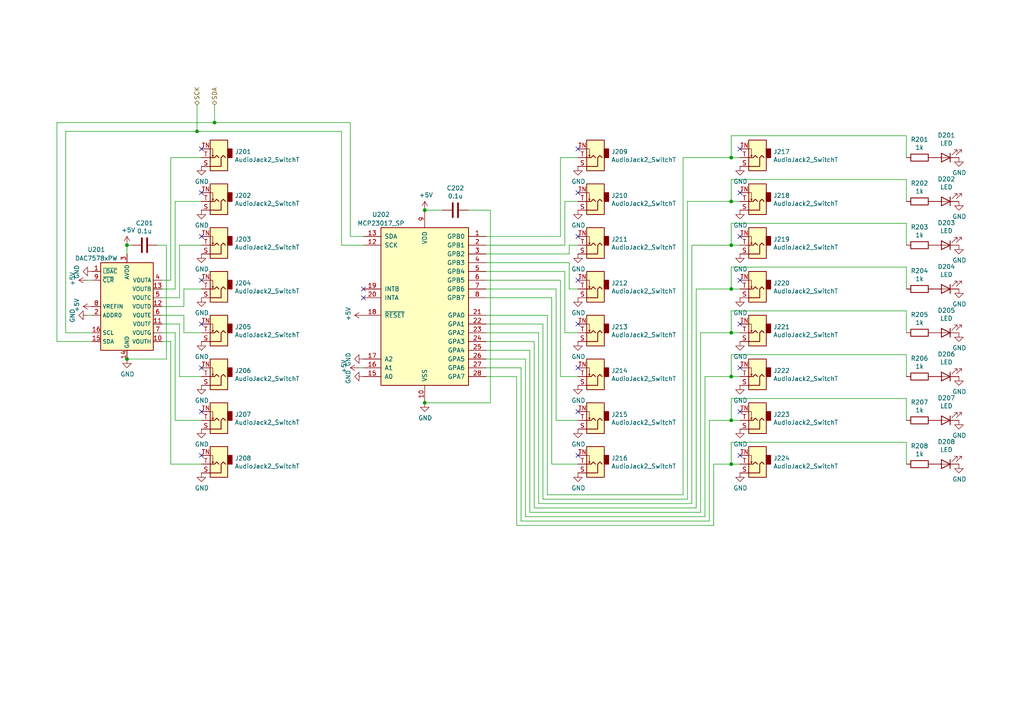
<source format=kicad_sch>
(kicad_sch (version 20211123) (generator eeschema)
  (paper "A4")
  (lib_symbols
    (symbol "Analog_DAC:DAC7578xPW"
      (property "Reference" "U" (at -7.62 13.97 0))
      (property "Value" "DAC7578xPW" (at 7.62 13.97 0))
      (symbol "DAC7578xPW_0_1"
        (rectangle (start -7.62 12.7) (end 7.62 -12.7) (stroke (width 0.254)) (fill (type background)))
      )
      (symbol "DAC7578xPW_1_1"
        (pin input line (at -10.16 10.16 0) (length 2.54) (name "~{LDAC}") (number "1"))
        (pin output line (at 10.16 -10.16 180) (length 2.54) (name "VOUTH") (number "10"))
        (pin output line (at 10.16 -5.08 180) (length 2.54) (name "VOUTF") (number "11"))
        (pin output line (at 10.16 0 180) (length 2.54) (name "VOUTD") (number "12"))
        (pin output line (at 10.16 5.08 180) (length 2.54) (name "VOUTB") (number "13"))
        (pin power_in line (at 0 -15.24 90) (length 2.54) (name "GND") (number "14"))
        (pin bidirectional line (at -10.16 -10.16 0) (length 2.54) (name "SDA") (number "15"))
        (pin input line (at -10.16 -7.62 0) (length 2.54) (name "SCL") (number "16"))
        (pin input line (at -10.16 -2.54 0) (length 2.54) (name "ADDR0") (number "2"))
        (pin power_in line (at 0 15.24 270) (length 2.54) (name "AVDD") (number "3"))
        (pin output line (at 10.16 7.62 180) (length 2.54) (name "VOUTA") (number "4"))
        (pin output line (at 10.16 2.54 180) (length 2.54) (name "VOUTC") (number "5"))
        (pin output line (at 10.16 -2.54 180) (length 2.54) (name "VOUTE") (number "6"))
        (pin output line (at 10.16 -7.62 180) (length 2.54) (name "VOUTG") (number "7"))
        (pin input line (at -10.16 0 0) (length 2.54) (name "VREFIN") (number "8"))
        (pin input line (at -10.16 7.62 0) (length 2.54) (name "~{CLR}") (number "9"))
      )
    )
    (symbol "Connector:AudioJack2_SwitchT"
      (property "Reference" "J" (at 0 8.89 0))
      (property "Value" "AudioJack2_SwitchT" (at 0 6.35 0))
      (symbol "AudioJack2_SwitchT_0_1"
        (rectangle (start -2.54 0) (end -3.81 -2.54) (stroke (width 0.254)) (fill (type outline)))
        (polyline (pts (xy 1.778 -0.254) (xy 2.032 -0.762)))
        (polyline (pts (xy 0 0) (xy 0.635 -0.635) (xy 1.27 0) (xy 2.54 0)) (stroke (width 0.254)))
        (polyline (pts (xy 2.54 -2.54) (xy 1.778 -2.54) (xy 1.778 -0.254) (xy 1.524 -0.762)))
        (polyline (pts (xy 2.54 2.54) (xy -0.635 2.54) (xy -0.635 0) (xy -1.27 -0.635) (xy -1.905 0)) (stroke (width 0.254)))
        (rectangle (start 2.54 3.81) (end -2.54 -5.08) (stroke (width 0.254)) (fill (type background)))
      )
      (symbol "AudioJack2_SwitchT_1_1"
        (pin passive line (at 5.08 2.54 180) (length 2.54) (name "~") (number "S"))
        (pin passive line (at 5.08 0 180) (length 2.54) (name "~") (number "T"))
        (pin passive line (at 5.08 -2.54 180) (length 2.54) (name "~") (number "TN"))
      )
    )
    (symbol "Device:C" (pin_numbers hide) (pin_names (offset 0.254))
      (property "Reference" "C" (at 0.635 2.54 0))
      (property "Value" "C" (at 0.635 -2.54 0))
      (symbol "C_0_1"
        (polyline (pts (xy -2.032 -0.762) (xy 2.032 -0.762)) (stroke (width 0.508)))
        (polyline (pts (xy -2.032 0.762) (xy 2.032 0.762)) (stroke (width 0.508)))
      )
      (symbol "C_1_1"
        (pin passive line (at 0 3.81 270) (length 2.794) (name "~") (number "1"))
        (pin passive line (at 0 -3.81 90) (length 2.794) (name "~") (number "2"))
      )
    )
    (symbol "Device:LED" (pin_numbers hide) (pin_names (offset 1.016) hide)
      (property "Reference" "D" (at 0 2.54 0))
      (property "Value" "LED" (at 0 -2.54 0))
      (symbol "LED_0_1"
        (polyline (pts (xy -1.27 -1.27) (xy -1.27 1.27)) (stroke (width 0.254)))
        (polyline (pts (xy -1.27 0) (xy 1.27 0)))
        (polyline (pts (xy 1.27 -1.27) (xy 1.27 1.27) (xy -1.27 0) (xy 1.27 -1.27)) (stroke (width 0.254)))
        (polyline (pts (xy -3.048 -0.762) (xy -4.572 -2.286) (xy -3.81 -2.286) (xy -4.572 -2.286) (xy -4.572 -1.524)))
        (polyline (pts (xy -1.778 -0.762) (xy -3.302 -2.286) (xy -2.54 -2.286) (xy -3.302 -2.286) (xy -3.302 -1.524)))
      )
      (symbol "LED_1_1"
        (pin passive line (at -3.81 0 0) (length 2.54) (name "K") (number "1"))
        (pin passive line (at 3.81 0 180) (length 2.54) (name "A") (number "2"))
      )
    )
    (symbol "Device:R" (pin_numbers hide) (pin_names (offset 0))
      (property "Reference" "R" (at 2.032 0 90))
      (property "Value" "R" (at 0 0 90))
      (symbol "R_0_1"
        (rectangle (start -1.016 -2.54) (end 1.016 2.54) (stroke (width 0.254)))
      )
      (symbol "R_1_1"
        (pin passive line (at 0 3.81 270) (length 1.27) (name "~") (number "1"))
        (pin passive line (at 0 -3.81 90) (length 1.27) (name "~") (number "2"))
      )
    )
    (symbol "Interface_Expansion:MCP23017_SP" (pin_names (offset 1.016))
      (property "Reference" "U" (at -11.43 24.13 0))
      (property "Value" "MCP23017_SP" (at 0 0 0))
      (symbol "MCP23017_SP_0_1"
        (rectangle (start -12.7 22.86) (end 12.7 -22.86) (stroke (width 0.254)) (fill (type background)))
      )
      (symbol "MCP23017_SP_1_1"
        (pin bidirectional line (at 17.78 20.32 180) (length 5.08) (name "GPB0") (number "1"))
        (pin power_in line (at 0 -27.94 90) (length 5.08) (name "VSS") (number "10"))
        (pin no_connect line (at -12.7 15.24 0) (length 5.08) hide (name "NC") (number "11"))
        (pin input line (at -17.78 17.78 0) (length 5.08) (name "SCK") (number "12"))
        (pin bidirectional line (at -17.78 20.32 0) (length 5.08) (name "SDA") (number "13"))
        (pin no_connect line (at -12.7 12.7 0) (length 5.08) hide (name "NC") (number "14"))
        (pin input line (at -17.78 -20.32 0) (length 5.08) (name "A0") (number "15"))
        (pin input line (at -17.78 -17.78 0) (length 5.08) (name "A1") (number "16"))
        (pin input line (at -17.78 -15.24 0) (length 5.08) (name "A2") (number "17"))
        (pin input line (at -17.78 -2.54 0) (length 5.08) (name "~{RESET}") (number "18"))
        (pin tri_state line (at -17.78 5.08 0) (length 5.08) (name "INTB") (number "19"))
        (pin bidirectional line (at 17.78 17.78 180) (length 5.08) (name "GPB1") (number "2"))
        (pin tri_state line (at -17.78 2.54 0) (length 5.08) (name "INTA") (number "20"))
        (pin bidirectional line (at 17.78 -2.54 180) (length 5.08) (name "GPA0") (number "21"))
        (pin bidirectional line (at 17.78 -5.08 180) (length 5.08) (name "GPA1") (number "22"))
        (pin bidirectional line (at 17.78 -7.62 180) (length 5.08) (name "GPA2") (number "23"))
        (pin bidirectional line (at 17.78 -10.16 180) (length 5.08) (name "GPA3") (number "24"))
        (pin bidirectional line (at 17.78 -12.7 180) (length 5.08) (name "GPA4") (number "25"))
        (pin bidirectional line (at 17.78 -15.24 180) (length 5.08) (name "GPA5") (number "26"))
        (pin bidirectional line (at 17.78 -17.78 180) (length 5.08) (name "GPA6") (number "27"))
        (pin bidirectional line (at 17.78 -20.32 180) (length 5.08) (name "GPA7") (number "28"))
        (pin bidirectional line (at 17.78 15.24 180) (length 5.08) (name "GPB2") (number "3"))
        (pin bidirectional line (at 17.78 12.7 180) (length 5.08) (name "GPB3") (number "4"))
        (pin bidirectional line (at 17.78 10.16 180) (length 5.08) (name "GPB4") (number "5"))
        (pin bidirectional line (at 17.78 7.62 180) (length 5.08) (name "GPB5") (number "6"))
        (pin bidirectional line (at 17.78 5.08 180) (length 5.08) (name "GPB6") (number "7"))
        (pin bidirectional line (at 17.78 2.54 180) (length 5.08) (name "GPB7") (number "8"))
        (pin power_in line (at 0 27.94 270) (length 5.08) (name "VDD") (number "9"))
      )
    )
    (symbol "power:+5V" (power) (pin_names (offset 0))
      (property "Value" "+5V" (at 0 3.556 0))
      (symbol "+5V_0_1"
        (polyline (pts (xy -0.762 1.27) (xy 0 2.54)))
        (polyline (pts (xy 0 0) (xy 0 2.54)))
        (polyline (pts (xy 0 2.54) (xy 0.762 1.27)))
      )
      (symbol "+5V_1_1"
        (pin power_in line (at 0 0 90) (length 0) hide (name "+5V") (number "1"))
      )
    )
    (symbol "power:GND" (power) (pin_names (offset 0))
      (property "Value" "GND" (at 0 -3.81 0))
      (symbol "GND_0_1"
        (polyline (pts (xy 0 0) (xy 0 -1.27) (xy 1.27 -1.27) (xy 0 -2.54) (xy -1.27 -1.27) (xy 0 -1.27)))
      )
      (symbol "GND_1_1"
        (pin power_in line (at 0 0 270) (length 0) hide (name "GND") (number "1"))
      )
    )
  )
  (junction (at 212.09 71.12))
  (junction (at 212.09 58.42))
  (junction (at 123.19 60.96))
  (junction (at 62.23 35.56))
  (junction (at 212.09 96.52))
  (junction (at 212.09 121.92))
  (junction (at 212.09 109.22))
  (junction (at 123.19 116.84))
  (junction (at 36.83 71.12))
  (junction (at 212.09 45.72))
  (junction (at 57.15 38.1))
  (junction (at 36.83 104.14))
  (junction (at 212.09 83.82))
  (junction (at 212.09 134.62))
  (no_connect (at 167.64 106.68))
  (no_connect (at 58.42 106.68))
  (no_connect (at 105.41 83.82))
  (no_connect (at 58.42 81.28))
  (no_connect (at 214.63 106.68))
  (no_connect (at 167.64 68.58))
  (no_connect (at 214.63 93.98))
  (no_connect (at 214.63 81.28))
  (no_connect (at 58.42 93.98))
  (no_connect (at 167.64 93.98))
  (no_connect (at 58.42 55.88))
  (no_connect (at 214.63 55.88))
  (no_connect (at 214.63 119.38))
  (no_connect (at 105.41 86.36))
  (no_connect (at 214.63 43.18))
  (no_connect (at 167.64 132.08))
  (no_connect (at 58.42 43.18))
  (no_connect (at 214.63 132.08))
  (no_connect (at 167.64 119.38))
  (no_connect (at 167.64 43.18))
  (no_connect (at 167.64 81.28))
  (no_connect (at 58.42 119.38))
  (no_connect (at 214.63 68.58))
  (no_connect (at 167.64 55.88))
  (no_connect (at 58.42 68.58))
  (no_connect (at 58.42 132.08))
  (wire (pts (xy 154.94 147.32) (xy 201.93 147.32)))
  (wire (pts (xy 161.29 83.82) (xy 140.97 83.82)))
  (wire (pts (xy 151.13 151.13) (xy 205.74 151.13)))
  (wire (pts (xy 262.89 115.57) (xy 262.89 121.92)))
  (wire (pts (xy 52.07 86.36) (xy 52.07 71.12)))
  (wire (pts (xy 140.97 99.06) (xy 154.94 99.06)))
  (wire (pts (xy 50.8 96.52) (xy 50.8 121.92)))
  (wire (pts (xy 212.09 58.42) (xy 212.09 52.07)))
  (wire (pts (xy 49.53 99.06) (xy 49.53 134.62)))
  (wire (pts (xy 46.99 86.36) (xy 52.07 86.36)))
  (wire (pts (xy 46.99 88.9) (xy 53.34 88.9)))
  (wire (pts (xy 16.51 35.56) (xy 16.51 99.06)))
  (wire (pts (xy 19.05 96.52) (xy 26.67 96.52)))
  (wire (pts (xy 212.09 115.57) (xy 262.89 115.57)))
  (wire (pts (xy 49.53 134.62) (xy 58.42 134.62)))
  (wire (pts (xy 48.26 104.14) (xy 36.83 104.14)))
  (wire (pts (xy 101.6 35.56) (xy 62.23 35.56)))
  (wire (pts (xy 163.83 71.12) (xy 140.97 71.12)))
  (wire (pts (xy 36.83 71.12) (xy 38.1 71.12)))
  (wire (pts (xy 153.67 148.59) (xy 203.2 148.59)))
  (wire (pts (xy 49.53 81.28) (xy 46.99 81.28)))
  (wire (pts (xy 46.99 93.98) (xy 52.07 93.98)))
  (wire (pts (xy 212.09 102.87) (xy 262.89 102.87)))
  (wire (pts (xy 167.64 83.82) (xy 165.1 83.82)))
  (wire (pts (xy 212.09 83.82) (xy 212.09 77.47)))
  (wire (pts (xy 212.09 39.37) (xy 262.89 39.37)))
  (wire (pts (xy 140.97 93.98) (xy 157.48 93.98)))
  (wire (pts (xy 198.12 45.72) (xy 212.09 45.72)))
  (wire (pts (xy 212.09 134.62) (xy 212.09 128.27)))
  (wire (pts (xy 153.67 101.6) (xy 153.67 148.59)))
  (wire (pts (xy 46.99 91.44) (xy 53.34 91.44)))
  (wire (pts (xy 162.56 109.22) (xy 162.56 81.28)))
  (wire (pts (xy 19.05 38.1) (xy 57.15 38.1)))
  (wire (pts (xy 52.07 109.22) (xy 58.42 109.22)))
  (wire (pts (xy 212.09 96.52) (xy 212.09 90.17)))
  (wire (pts (xy 162.56 81.28) (xy 140.97 81.28)))
  (wire (pts (xy 140.97 109.22) (xy 149.86 109.22)))
  (wire (pts (xy 157.48 93.98) (xy 157.48 144.78)))
  (wire (pts (xy 149.86 109.22) (xy 149.86 152.4)))
  (wire (pts (xy 25.4 91.44) (xy 26.67 91.44)))
  (wire (pts (xy 58.42 45.72) (xy 49.53 45.72)))
  (wire (pts (xy 198.12 143.51) (xy 198.12 45.72)))
  (wire (pts (xy 200.66 71.12) (xy 212.09 71.12)))
  (wire (pts (xy 167.64 45.72) (xy 162.56 45.72)))
  (wire (pts (xy 212.09 134.62) (xy 214.63 134.62)))
  (wire (pts (xy 212.09 90.17) (xy 262.89 90.17)))
  (wire (pts (xy 53.34 83.82) (xy 58.42 83.82)))
  (wire (pts (xy 140.97 96.52) (xy 156.21 96.52)))
  (wire (pts (xy 46.99 99.06) (xy 49.53 99.06)))
  (wire (pts (xy 212.09 58.42) (xy 214.63 58.42)))
  (wire (pts (xy 158.75 143.51) (xy 198.12 143.51)))
  (wire (pts (xy 99.06 38.1) (xy 99.06 71.12)))
  (wire (pts (xy 140.97 106.68) (xy 151.13 106.68)))
  (wire (pts (xy 57.15 38.1) (xy 57.15 30.48)))
  (wire (pts (xy 163.83 78.74) (xy 140.97 78.74)))
  (wire (pts (xy 101.6 68.58) (xy 101.6 35.56)))
  (wire (pts (xy 199.39 144.78) (xy 199.39 58.42)))
  (wire (pts (xy 160.02 86.36) (xy 140.97 86.36)))
  (wire (pts (xy 142.24 60.96) (xy 135.89 60.96)))
  (wire (pts (xy 165.1 83.82) (xy 165.1 76.2)))
  (wire (pts (xy 142.24 116.84) (xy 142.24 60.96)))
  (wire (pts (xy 205.74 151.13) (xy 205.74 121.92)))
  (wire (pts (xy 262.89 52.07) (xy 262.89 58.42)))
  (wire (pts (xy 201.93 147.32) (xy 201.93 83.82)))
  (wire (pts (xy 212.09 77.47) (xy 262.89 77.47)))
  (wire (pts (xy 165.1 76.2) (xy 140.97 76.2)))
  (wire (pts (xy 105.41 68.58) (xy 101.6 68.58)))
  (wire (pts (xy 46.99 96.52) (xy 50.8 96.52)))
  (wire (pts (xy 152.4 149.86) (xy 204.47 149.86)))
  (wire (pts (xy 262.89 128.27) (xy 262.89 134.62)))
  (wire (pts (xy 48.26 71.12) (xy 48.26 104.14)))
  (wire (pts (xy 160.02 134.62) (xy 160.02 86.36)))
  (wire (pts (xy 57.15 38.1) (xy 99.06 38.1)))
  (wire (pts (xy 152.4 104.14) (xy 152.4 149.86)))
  (wire (pts (xy 199.39 58.42) (xy 212.09 58.42)))
  (wire (pts (xy 207.01 152.4) (xy 207.01 134.62)))
  (wire (pts (xy 16.51 99.06) (xy 26.67 99.06)))
  (wire (pts (xy 167.64 58.42) (xy 163.83 58.42)))
  (wire (pts (xy 156.21 146.05) (xy 200.66 146.05)))
  (wire (pts (xy 53.34 96.52) (xy 58.42 96.52)))
  (wire (pts (xy 212.09 109.22) (xy 212.09 102.87)))
  (wire (pts (xy 204.47 109.22) (xy 212.09 109.22)))
  (wire (pts (xy 212.09 52.07) (xy 262.89 52.07)))
  (wire (pts (xy 50.8 58.42) (xy 58.42 58.42)))
  (wire (pts (xy 165.1 73.66) (xy 140.97 73.66)))
  (wire (pts (xy 157.48 144.78) (xy 199.39 144.78)))
  (wire (pts (xy 36.83 73.66) (xy 36.83 71.12)))
  (wire (pts (xy 45.72 71.12) (xy 48.26 71.12)))
  (wire (pts (xy 50.8 121.92) (xy 58.42 121.92)))
  (wire (pts (xy 205.74 121.92) (xy 212.09 121.92)))
  (wire (pts (xy 165.1 71.12) (xy 165.1 73.66)))
  (wire (pts (xy 212.09 109.22) (xy 214.63 109.22)))
  (wire (pts (xy 262.89 90.17) (xy 262.89 96.52)))
  (wire (pts (xy 262.89 39.37) (xy 262.89 45.72)))
  (wire (pts (xy 53.34 91.44) (xy 53.34 96.52)))
  (wire (pts (xy 262.89 102.87) (xy 262.89 109.22)))
  (wire (pts (xy 203.2 148.59) (xy 203.2 96.52)))
  (wire (pts (xy 212.09 45.72) (xy 212.09 39.37)))
  (wire (pts (xy 212.09 71.12) (xy 214.63 71.12)))
  (wire (pts (xy 62.23 35.56) (xy 62.23 30.48)))
  (wire (pts (xy 167.64 109.22) (xy 162.56 109.22)))
  (wire (pts (xy 212.09 45.72) (xy 214.63 45.72)))
  (wire (pts (xy 204.47 149.86) (xy 204.47 109.22)))
  (wire (pts (xy 212.09 83.82) (xy 214.63 83.82)))
  (wire (pts (xy 163.83 58.42) (xy 163.83 71.12)))
  (wire (pts (xy 161.29 121.92) (xy 161.29 83.82)))
  (wire (pts (xy 140.97 91.44) (xy 158.75 91.44)))
  (wire (pts (xy 19.05 96.52) (xy 19.05 38.1)))
  (wire (pts (xy 167.64 134.62) (xy 160.02 134.62)))
  (wire (pts (xy 123.19 116.84) (xy 142.24 116.84)))
  (wire (pts (xy 52.07 93.98) (xy 52.07 109.22)))
  (wire (pts (xy 167.64 71.12) (xy 165.1 71.12)))
  (wire (pts (xy 53.34 88.9) (xy 53.34 83.82)))
  (wire (pts (xy 50.8 83.82) (xy 50.8 58.42)))
  (wire (pts (xy 162.56 45.72) (xy 162.56 68.58)))
  (wire (pts (xy 158.75 91.44) (xy 158.75 143.51)))
  (wire (pts (xy 212.09 64.77) (xy 262.89 64.77)))
  (wire (pts (xy 140.97 101.6) (xy 153.67 101.6)))
  (wire (pts (xy 104.14 106.68) (xy 105.41 106.68)))
  (wire (pts (xy 49.53 45.72) (xy 49.53 81.28)))
  (wire (pts (xy 52.07 71.12) (xy 58.42 71.12)))
  (wire (pts (xy 128.27 60.96) (xy 123.19 60.96)))
  (wire (pts (xy 201.93 83.82) (xy 212.09 83.82)))
  (wire (pts (xy 46.99 83.82) (xy 50.8 83.82)))
  (wire (pts (xy 207.01 134.62) (xy 212.09 134.62)))
  (wire (pts (xy 262.89 77.47) (xy 262.89 83.82)))
  (wire (pts (xy 16.51 35.56) (xy 62.23 35.56)))
  (wire (pts (xy 149.86 152.4) (xy 207.01 152.4)))
  (wire (pts (xy 156.21 96.52) (xy 156.21 146.05)))
  (wire (pts (xy 212.09 121.92) (xy 214.63 121.92)))
  (wire (pts (xy 212.09 121.92) (xy 212.09 115.57)))
  (wire (pts (xy 99.06 71.12) (xy 105.41 71.12)))
  (wire (pts (xy 212.09 96.52) (xy 214.63 96.52)))
  (wire (pts (xy 167.64 96.52) (xy 163.83 96.52)))
  (wire (pts (xy 140.97 104.14) (xy 152.4 104.14)))
  (wire (pts (xy 154.94 99.06) (xy 154.94 147.32)))
  (wire (pts (xy 167.64 121.92) (xy 161.29 121.92)))
  (wire (pts (xy 25.4 81.28) (xy 26.67 81.28)))
  (wire (pts (xy 151.13 106.68) (xy 151.13 151.13)))
  (wire (pts (xy 200.66 146.05) (xy 200.66 71.12)))
  (wire (pts (xy 163.83 96.52) (xy 163.83 78.74)))
  (wire (pts (xy 212.09 128.27) (xy 262.89 128.27)))
  (wire (pts (xy 203.2 96.52) (xy 212.09 96.52)))
  (wire (pts (xy 162.56 68.58) (xy 140.97 68.58)))
  (wire (pts (xy 262.89 64.77) (xy 262.89 71.12)))
  (wire (pts (xy 212.09 71.12) (xy 212.09 64.77)))
  (hierarchical_label "SCK" (shape bidirectional) (at 57.15 30.48 90))
  (hierarchical_label "SDA" (shape bidirectional) (at 62.23 30.48 90))
  (symbol (lib_id "Connector:AudioJack2_SwitchT") (at 63.5 45.72 180) (unit 1)
    (property "Reference" "J201" (at 68.072 44.0182 0) (effects (justify right)))
    (property "Value" "AudioJack2_SwitchT" (at 68.072 46.3296 0) (effects (justify right)))
    (property "Footprint" "Connector_Audio:Jack_3.5mm_QingPu_WQP-PJ398SM_Vertical_CircularHoles" (effects hide))
  )
  (symbol (lib_id "power:GND") (at 58.42 48.26 0) (unit 1)
    (property "Reference" "#PWR0207" (effects hide))
    (property "Value" "GND" (at 58.547 52.6542 0))
  )
  (symbol (lib_id "Connector:AudioJack2_SwitchT") (at 63.5 58.42 180) (unit 1)
    (property "Reference" "J202" (at 68.072 56.7182 0) (effects (justify right)))
    (property "Value" "AudioJack2_SwitchT" (at 68.072 59.0296 0) (effects (justify right)))
    (property "Footprint" "Connector_Audio:Jack_3.5mm_QingPu_WQP-PJ398SM_Vertical_CircularHoles" (effects hide))
  )
  (symbol (lib_id "power:GND") (at 58.42 60.96 0) (unit 1)
    (property "Reference" "#PWR0208" (effects hide))
    (property "Value" "GND" (at 58.547 65.3542 0))
  )
  (symbol (lib_id "Connector:AudioJack2_SwitchT") (at 63.5 71.12 180) (unit 1)
    (property "Reference" "J203" (at 68.072 69.4182 0) (effects (justify right)))
    (property "Value" "AudioJack2_SwitchT" (at 68.072 71.7296 0) (effects (justify right)))
    (property "Footprint" "Connector_Audio:Jack_3.5mm_QingPu_WQP-PJ398SM_Vertical_CircularHoles" (effects hide))
  )
  (symbol (lib_id "power:GND") (at 58.42 73.66 0) (unit 1)
    (property "Reference" "#PWR0209" (effects hide))
    (property "Value" "GND" (at 58.547 78.0542 0))
  )
  (symbol (lib_id "Connector:AudioJack2_SwitchT") (at 63.5 83.82 180) (unit 1)
    (property "Reference" "J204" (at 68.072 82.1182 0) (effects (justify right)))
    (property "Value" "AudioJack2_SwitchT" (at 68.072 84.4296 0) (effects (justify right)))
    (property "Footprint" "Connector_Audio:Jack_3.5mm_QingPu_WQP-PJ398SM_Vertical_CircularHoles" (effects hide))
  )
  (symbol (lib_id "power:GND") (at 58.42 86.36 0) (unit 1)
    (property "Reference" "#PWR0210" (effects hide))
    (property "Value" "GND" (at 58.547 90.7542 0))
  )
  (symbol (lib_id "Connector:AudioJack2_SwitchT") (at 63.5 96.52 180) (unit 1)
    (property "Reference" "J205" (at 68.072 94.8182 0) (effects (justify right)))
    (property "Value" "AudioJack2_SwitchT" (at 68.072 97.1296 0) (effects (justify right)))
    (property "Footprint" "Connector_Audio:Jack_3.5mm_QingPu_WQP-PJ398SM_Vertical_CircularHoles" (effects hide))
  )
  (symbol (lib_id "power:GND") (at 58.42 99.06 0) (unit 1)
    (property "Reference" "#PWR0211" (effects hide))
    (property "Value" "GND" (at 58.547 103.4542 0))
  )
  (symbol (lib_id "Connector:AudioJack2_SwitchT") (at 63.5 109.22 180) (unit 1)
    (property "Reference" "J206" (at 68.072 107.5182 0) (effects (justify right)))
    (property "Value" "AudioJack2_SwitchT" (at 68.072 109.8296 0) (effects (justify right)))
    (property "Footprint" "Connector_Audio:Jack_3.5mm_QingPu_WQP-PJ398SM_Vertical_CircularHoles" (effects hide))
  )
  (symbol (lib_id "power:GND") (at 58.42 111.76 0) (unit 1)
    (property "Reference" "#PWR0212" (effects hide))
    (property "Value" "GND" (at 58.547 116.1542 0))
  )
  (symbol (lib_id "Connector:AudioJack2_SwitchT") (at 63.5 121.92 180) (unit 1)
    (property "Reference" "J207" (at 68.072 120.2182 0) (effects (justify right)))
    (property "Value" "AudioJack2_SwitchT" (at 68.072 122.5296 0) (effects (justify right)))
    (property "Footprint" "Connector_Audio:Jack_3.5mm_QingPu_WQP-PJ398SM_Vertical_CircularHoles" (effects hide))
  )
  (symbol (lib_id "power:GND") (at 58.42 124.46 0) (unit 1)
    (property "Reference" "#PWR0213" (effects hide))
    (property "Value" "GND" (at 58.547 128.8542 0))
  )
  (symbol (lib_id "Connector:AudioJack2_SwitchT") (at 63.5 134.62 180) (unit 1)
    (property "Reference" "J208" (at 68.072 132.9182 0) (effects (justify right)))
    (property "Value" "AudioJack2_SwitchT" (at 68.072 135.2296 0) (effects (justify right)))
    (property "Footprint" "Connector_Audio:Jack_3.5mm_QingPu_WQP-PJ398SM_Vertical_CircularHoles" (effects hide))
  )
  (symbol (lib_id "power:GND") (at 58.42 137.16 0) (unit 1)
    (property "Reference" "#PWR0214" (effects hide))
    (property "Value" "GND" (at 58.547 141.5542 0))
  )
  (symbol (lib_id "power:+5V") (at 36.83 71.12 0) (unit 1)
    (property "Reference" "#PWR0205" (effects hide))
    (property "Value" "+5V" (at 37.211 66.7258 0))
  )
  (symbol (lib_id "power:GND") (at 36.83 104.14 0) (unit 1)
    (property "Reference" "#PWR0206" (effects hide))
    (property "Value" "GND" (at 36.957 108.5342 0))
  )
  (symbol (lib_id "Analog_DAC:DAC7578xPW") (at 36.83 88.9 0) (unit 1)
    (property "Reference" "U201" (at 27.94 72.39 0))
    (property "Value" "DAC7578xPW" (at 27.94 74.93 0))
    (property "Footprint" "Package_SO:TSSOP-16_4.4x5mm_P0.65mm" (effects hide))
    (property "Datasheet" "http://www.ti.com/lit/ds/symlink/dac5578.pdf" (effects hide))
  )
  (symbol (lib_id "Device:C") (at 41.91 71.12 270) (unit 1)
    (property "Reference" "C201" (at 41.91 64.7192 90))
    (property "Value" "0.1u" (at 41.91 67.0306 90))
    (property "Footprint" "Capacitor_THT:C_Disc_D5.0mm_W2.5mm_P5.00mm" (effects hide))
  )
  (symbol (lib_id "Connector:AudioJack2_SwitchT") (at 172.72 45.72 180) (unit 1)
    (property "Reference" "J209" (at 177.292 44.0182 0) (effects (justify right)))
    (property "Value" "AudioJack2_SwitchT" (at 177.292 46.3296 0) (effects (justify right)))
    (property "Footprint" "Connector_Audio:Jack_3.5mm_QingPu_WQP-PJ398SM_Vertical_CircularHoles" (effects hide))
  )
  (symbol (lib_id "power:GND") (at 167.64 48.26 0) (unit 1)
    (property "Reference" "#PWR0221" (effects hide))
    (property "Value" "GND" (at 167.767 52.6542 0))
  )
  (symbol (lib_id "Connector:AudioJack2_SwitchT") (at 172.72 58.42 180) (unit 1)
    (property "Reference" "J210" (at 177.292 56.7182 0) (effects (justify right)))
    (property "Value" "AudioJack2_SwitchT" (at 177.292 59.0296 0) (effects (justify right)))
    (property "Footprint" "Connector_Audio:Jack_3.5mm_QingPu_WQP-PJ398SM_Vertical_CircularHoles" (effects hide))
  )
  (symbol (lib_id "power:GND") (at 167.64 60.96 0) (unit 1)
    (property "Reference" "#PWR0222" (effects hide))
    (property "Value" "GND" (at 167.767 65.3542 0))
  )
  (symbol (lib_id "Connector:AudioJack2_SwitchT") (at 172.72 71.12 180) (unit 1)
    (property "Reference" "J211" (at 177.292 69.4182 0) (effects (justify right)))
    (property "Value" "AudioJack2_SwitchT" (at 177.292 71.7296 0) (effects (justify right)))
    (property "Footprint" "Connector_Audio:Jack_3.5mm_QingPu_WQP-PJ398SM_Vertical_CircularHoles" (effects hide))
  )
  (symbol (lib_id "power:GND") (at 167.64 73.66 0) (unit 1)
    (property "Reference" "#PWR0223" (effects hide))
    (property "Value" "GND" (at 167.767 78.0542 0))
  )
  (symbol (lib_id "Connector:AudioJack2_SwitchT") (at 172.72 83.82 180) (unit 1)
    (property "Reference" "J212" (at 177.292 82.1182 0) (effects (justify right)))
    (property "Value" "AudioJack2_SwitchT" (at 177.292 84.4296 0) (effects (justify right)))
    (property "Footprint" "Connector_Audio:Jack_3.5mm_QingPu_WQP-PJ398SM_Vertical_CircularHoles" (effects hide))
  )
  (symbol (lib_id "power:GND") (at 167.64 86.36 0) (unit 1)
    (property "Reference" "#PWR0224" (effects hide))
    (property "Value" "GND" (at 167.767 90.7542 0))
  )
  (symbol (lib_id "Connector:AudioJack2_SwitchT") (at 172.72 96.52 180) (unit 1)
    (property "Reference" "J213" (at 177.292 94.8182 0) (effects (justify right)))
    (property "Value" "AudioJack2_SwitchT" (at 177.292 97.1296 0) (effects (justify right)))
    (property "Footprint" "Connector_Audio:Jack_3.5mm_QingPu_WQP-PJ398SM_Vertical_CircularHoles" (effects hide))
  )
  (symbol (lib_id "power:GND") (at 167.64 99.06 0) (unit 1)
    (property "Reference" "#PWR0225" (effects hide))
    (property "Value" "GND" (at 167.767 103.4542 0))
  )
  (symbol (lib_id "Connector:AudioJack2_SwitchT") (at 172.72 109.22 180) (unit 1)
    (property "Reference" "J214" (at 177.292 107.5182 0) (effects (justify right)))
    (property "Value" "AudioJack2_SwitchT" (at 177.292 109.8296 0) (effects (justify right)))
    (property "Footprint" "Connector_Audio:Jack_3.5mm_QingPu_WQP-PJ398SM_Vertical_CircularHoles" (effects hide))
  )
  (symbol (lib_id "power:GND") (at 167.64 111.76 0) (unit 1)
    (property "Reference" "#PWR0226" (effects hide))
    (property "Value" "GND" (at 167.767 116.1542 0))
  )
  (symbol (lib_id "Connector:AudioJack2_SwitchT") (at 172.72 121.92 180) (unit 1)
    (property "Reference" "J215" (at 177.292 120.2182 0) (effects (justify right)))
    (property "Value" "AudioJack2_SwitchT" (at 177.292 122.5296 0) (effects (justify right)))
    (property "Footprint" "Connector_Audio:Jack_3.5mm_QingPu_WQP-PJ398SM_Vertical_CircularHoles" (effects hide))
  )
  (symbol (lib_id "power:GND") (at 167.64 124.46 0) (unit 1)
    (property "Reference" "#PWR0227" (effects hide))
    (property "Value" "GND" (at 167.767 128.8542 0))
  )
  (symbol (lib_id "Connector:AudioJack2_SwitchT") (at 172.72 134.62 180) (unit 1)
    (property "Reference" "J216" (at 177.292 132.9182 0) (effects (justify right)))
    (property "Value" "AudioJack2_SwitchT" (at 177.292 135.2296 0) (effects (justify right)))
    (property "Footprint" "Connector_Audio:Jack_3.5mm_QingPu_WQP-PJ398SM_Vertical_CircularHoles" (effects hide))
  )
  (symbol (lib_id "power:GND") (at 167.64 137.16 0) (unit 1)
    (property "Reference" "#PWR0228" (effects hide))
    (property "Value" "GND" (at 167.767 141.5542 0))
  )
  (symbol (lib_id "Connector:AudioJack2_SwitchT") (at 219.71 45.72 180) (unit 1)
    (property "Reference" "J217" (at 224.282 44.0182 0) (effects (justify right)))
    (property "Value" "AudioJack2_SwitchT" (at 224.282 46.3296 0) (effects (justify right)))
    (property "Footprint" "Connector_Audio:Jack_3.5mm_QingPu_WQP-PJ398SM_Vertical_CircularHoles" (effects hide))
  )
  (symbol (lib_id "power:GND") (at 214.63 48.26 0) (unit 1)
    (property "Reference" "#PWR0229" (effects hide))
    (property "Value" "GND" (at 214.757 52.6542 0))
  )
  (symbol (lib_id "Connector:AudioJack2_SwitchT") (at 219.71 58.42 180) (unit 1)
    (property "Reference" "J218" (at 224.282 56.7182 0) (effects (justify right)))
    (property "Value" "AudioJack2_SwitchT" (at 224.282 59.0296 0) (effects (justify right)))
    (property "Footprint" "Connector_Audio:Jack_3.5mm_QingPu_WQP-PJ398SM_Vertical_CircularHoles" (effects hide))
  )
  (symbol (lib_id "power:GND") (at 214.63 60.96 0) (unit 1)
    (property "Reference" "#PWR0230" (effects hide))
    (property "Value" "GND" (at 214.757 65.3542 0))
  )
  (symbol (lib_id "Connector:AudioJack2_SwitchT") (at 219.71 71.12 180) (unit 1)
    (property "Reference" "J219" (at 224.282 69.4182 0) (effects (justify right)))
    (property "Value" "AudioJack2_SwitchT" (at 224.282 71.7296 0) (effects (justify right)))
    (property "Footprint" "Connector_Audio:Jack_3.5mm_QingPu_WQP-PJ398SM_Vertical_CircularHoles" (effects hide))
  )
  (symbol (lib_id "power:GND") (at 214.63 73.66 0) (unit 1)
    (property "Reference" "#PWR0231" (effects hide))
    (property "Value" "GND" (at 214.757 78.0542 0))
  )
  (symbol (lib_id "Connector:AudioJack2_SwitchT") (at 219.71 83.82 180) (unit 1)
    (property "Reference" "J220" (at 224.282 82.1182 0) (effects (justify right)))
    (property "Value" "AudioJack2_SwitchT" (at 224.282 84.4296 0) (effects (justify right)))
    (property "Footprint" "Connector_Audio:Jack_3.5mm_QingPu_WQP-PJ398SM_Vertical_CircularHoles" (effects hide))
  )
  (symbol (lib_id "power:GND") (at 214.63 86.36 0) (unit 1)
    (property "Reference" "#PWR0232" (effects hide))
    (property "Value" "GND" (at 214.757 90.7542 0))
  )
  (symbol (lib_id "Connector:AudioJack2_SwitchT") (at 219.71 96.52 180) (unit 1)
    (property "Reference" "J221" (at 224.282 94.8182 0) (effects (justify right)))
    (property "Value" "AudioJack2_SwitchT" (at 224.282 97.1296 0) (effects (justify right)))
    (property "Footprint" "Connector_Audio:Jack_3.5mm_QingPu_WQP-PJ398SM_Vertical_CircularHoles" (effects hide))
  )
  (symbol (lib_id "power:GND") (at 214.63 99.06 0) (unit 1)
    (property "Reference" "#PWR0233" (effects hide))
    (property "Value" "GND" (at 214.757 103.4542 0))
  )
  (symbol (lib_id "Connector:AudioJack2_SwitchT") (at 219.71 109.22 180) (unit 1)
    (property "Reference" "J222" (at 224.282 107.5182 0) (effects (justify right)))
    (property "Value" "AudioJack2_SwitchT" (at 224.282 109.8296 0) (effects (justify right)))
    (property "Footprint" "Connector_Audio:Jack_3.5mm_QingPu_WQP-PJ398SM_Vertical_CircularHoles" (effects hide))
  )
  (symbol (lib_id "power:GND") (at 214.63 111.76 0) (unit 1)
    (property "Reference" "#PWR0234" (effects hide))
    (property "Value" "GND" (at 214.757 116.1542 0))
  )
  (symbol (lib_id "Connector:AudioJack2_SwitchT") (at 219.71 121.92 180) (unit 1)
    (property "Reference" "J223" (at 224.282 120.2182 0) (effects (justify right)))
    (property "Value" "AudioJack2_SwitchT" (at 224.282 122.5296 0) (effects (justify right)))
    (property "Footprint" "Connector_Audio:Jack_3.5mm_QingPu_WQP-PJ398SM_Vertical_CircularHoles" (effects hide))
  )
  (symbol (lib_id "power:GND") (at 214.63 124.46 0) (unit 1)
    (property "Reference" "#PWR0235" (effects hide))
    (property "Value" "GND" (at 214.757 128.8542 0))
  )
  (symbol (lib_id "Connector:AudioJack2_SwitchT") (at 219.71 134.62 180) (unit 1)
    (property "Reference" "J224" (at 224.282 132.9182 0) (effects (justify right)))
    (property "Value" "AudioJack2_SwitchT" (at 224.282 135.2296 0) (effects (justify right)))
    (property "Footprint" "Connector_Audio:Jack_3.5mm_QingPu_WQP-PJ398SM_Vertical_CircularHoles" (effects hide))
  )
  (symbol (lib_id "power:GND") (at 214.63 137.16 0) (unit 1)
    (property "Reference" "#PWR0236" (effects hide))
    (property "Value" "GND" (at 214.757 141.5542 0))
  )
  (symbol (lib_id "Device:LED") (at 274.32 45.72 180) (unit 1)
    (property "Reference" "D201" (at 274.4978 39.243 0))
    (property "Value" "LED" (at 274.4978 41.5544 0))
    (property "Footprint" "LED_THT:LED_D5.0mm" (effects hide))
  )
  (symbol (lib_id "Device:R") (at 266.7 45.72 270) (unit 1)
    (property "Reference" "R201" (at 266.7 40.4622 90))
    (property "Value" "1k" (at 266.7 42.7736 90))
    (property "Footprint" "Resistor_THT:R_Axial_DIN0207_L6.3mm_D2.5mm_P7.62mm_Horizontal" (effects hide))
  )
  (symbol (lib_id "power:GND") (at 278.13 45.72 0) (unit 1)
    (property "Reference" "#PWR0237" (effects hide))
    (property "Value" "GND" (at 278.257 50.1142 0))
  )
  (symbol (lib_id "Device:LED") (at 274.32 58.42 180) (unit 1)
    (property "Reference" "D202" (at 274.4978 51.943 0))
    (property "Value" "LED" (at 274.4978 54.2544 0))
    (property "Footprint" "LED_THT:LED_D5.0mm" (effects hide))
  )
  (symbol (lib_id "Device:R") (at 266.7 58.42 270) (unit 1)
    (property "Reference" "R202" (at 266.7 53.1622 90))
    (property "Value" "1k" (at 266.7 55.4736 90))
    (property "Footprint" "Resistor_THT:R_Axial_DIN0207_L6.3mm_D2.5mm_P7.62mm_Horizontal" (effects hide))
  )
  (symbol (lib_id "power:GND") (at 278.13 58.42 0) (unit 1)
    (property "Reference" "#PWR0238" (effects hide))
    (property "Value" "GND" (at 278.257 62.8142 0))
  )
  (symbol (lib_id "Device:LED") (at 274.32 71.12 180) (unit 1)
    (property "Reference" "D203" (at 274.4978 64.643 0))
    (property "Value" "LED" (at 274.4978 66.9544 0))
    (property "Footprint" "LED_THT:LED_D5.0mm" (effects hide))
  )
  (symbol (lib_id "Device:R") (at 266.7 71.12 270) (unit 1)
    (property "Reference" "R203" (at 266.7 65.8622 90))
    (property "Value" "1k" (at 266.7 68.1736 90))
    (property "Footprint" "Resistor_THT:R_Axial_DIN0207_L6.3mm_D2.5mm_P7.62mm_Horizontal" (effects hide))
  )
  (symbol (lib_id "power:GND") (at 278.13 71.12 0) (unit 1)
    (property "Reference" "#PWR0239" (effects hide))
    (property "Value" "GND" (at 278.257 75.5142 0))
  )
  (symbol (lib_id "Device:LED") (at 274.32 83.82 180) (unit 1)
    (property "Reference" "D204" (at 274.4978 77.343 0))
    (property "Value" "LED" (at 274.4978 79.6544 0))
    (property "Footprint" "LED_THT:LED_D5.0mm" (effects hide))
  )
  (symbol (lib_id "Device:R") (at 266.7 83.82 270) (unit 1)
    (property "Reference" "R204" (at 266.7 78.5622 90))
    (property "Value" "1k" (at 266.7 80.8736 90))
    (property "Footprint" "Resistor_THT:R_Axial_DIN0207_L6.3mm_D2.5mm_P7.62mm_Horizontal" (effects hide))
  )
  (symbol (lib_id "power:GND") (at 278.13 83.82 0) (unit 1)
    (property "Reference" "#PWR0240" (effects hide))
    (property "Value" "GND" (at 278.257 88.2142 0))
  )
  (symbol (lib_id "Device:LED") (at 274.32 96.52 180) (unit 1)
    (property "Reference" "D205" (at 274.4978 90.043 0))
    (property "Value" "LED" (at 274.4978 92.3544 0))
    (property "Footprint" "LED_THT:LED_D5.0mm" (effects hide))
  )
  (symbol (lib_id "Device:R") (at 266.7 96.52 270) (unit 1)
    (property "Reference" "R205" (at 266.7 91.2622 90))
    (property "Value" "1k" (at 266.7 93.5736 90))
    (property "Footprint" "Resistor_THT:R_Axial_DIN0207_L6.3mm_D2.5mm_P7.62mm_Horizontal" (effects hide))
  )
  (symbol (lib_id "power:GND") (at 278.13 96.52 0) (unit 1)
    (property "Reference" "#PWR0241" (effects hide))
    (property "Value" "GND" (at 278.257 100.9142 0))
  )
  (symbol (lib_id "Device:LED") (at 274.32 109.22 180) (unit 1)
    (property "Reference" "D206" (at 274.4978 102.743 0))
    (property "Value" "LED" (at 274.4978 105.0544 0))
    (property "Footprint" "LED_THT:LED_D5.0mm" (effects hide))
  )
  (symbol (lib_id "Device:R") (at 266.7 109.22 270) (unit 1)
    (property "Reference" "R206" (at 266.7 103.9622 90))
    (property "Value" "1k" (at 266.7 106.2736 90))
    (property "Footprint" "Resistor_THT:R_Axial_DIN0207_L6.3mm_D2.5mm_P7.62mm_Horizontal" (effects hide))
  )
  (symbol (lib_id "power:GND") (at 278.13 109.22 0) (unit 1)
    (property "Reference" "#PWR0242" (effects hide))
    (property "Value" "GND" (at 278.257 113.6142 0))
  )
  (symbol (lib_id "Device:LED") (at 274.32 121.92 180) (unit 1)
    (property "Reference" "D207" (at 274.4978 115.443 0))
    (property "Value" "LED" (at 274.4978 117.7544 0))
    (property "Footprint" "LED_THT:LED_D5.0mm" (effects hide))
  )
  (symbol (lib_id "Device:R") (at 266.7 121.92 270) (unit 1)
    (property "Reference" "R207" (at 266.7 116.6622 90))
    (property "Value" "1k" (at 266.7 118.9736 90))
    (property "Footprint" "Resistor_THT:R_Axial_DIN0207_L6.3mm_D2.5mm_P7.62mm_Horizontal" (effects hide))
  )
  (symbol (lib_id "power:GND") (at 278.13 121.92 0) (unit 1)
    (property "Reference" "#PWR0243" (effects hide))
    (property "Value" "GND" (at 278.257 126.3142 0))
  )
  (symbol (lib_id "Device:LED") (at 274.32 134.62 180) (unit 1)
    (property "Reference" "D208" (at 274.4978 128.143 0))
    (property "Value" "LED" (at 274.4978 130.4544 0))
    (property "Footprint" "LED_THT:LED_D5.0mm" (effects hide))
  )
  (symbol (lib_id "Device:R") (at 266.7 134.62 270) (unit 1)
    (property "Reference" "R208" (at 266.7 129.3622 90))
    (property "Value" "1k" (at 266.7 131.6736 90))
    (property "Footprint" "Resistor_THT:R_Axial_DIN0207_L6.3mm_D2.5mm_P7.62mm_Horizontal" (effects hide))
  )
  (symbol (lib_id "power:GND") (at 278.13 134.62 0) (unit 1)
    (property "Reference" "#PWR0244" (effects hide))
    (property "Value" "GND" (at 278.257 139.0142 0))
  )
  (symbol (lib_id "Interface_Expansion:MCP23017_SP") (at 123.19 88.9 0) (unit 1)
    (property "Reference" "U202" (at 110.49 62.23 0))
    (property "Value" "MCP23017_SP" (at 110.49 64.77 0))
    (property "Footprint" "Package_DIP:DIP-28_W7.62mm_Socket" (effects hide))
    (property "Datasheet" "http://ww1.microchip.com/downloads/en/DeviceDoc/20001952C.pdf" (effects hide))
  )
  (symbol (lib_id "power:+5V") (at 123.19 60.96 0) (unit 1)
    (property "Reference" "#PWR0219" (effects hide))
    (property "Value" "+5V" (at 123.571 56.5658 0))
  )
  (symbol (lib_id "power:GND") (at 123.19 116.84 0) (unit 1)
    (property "Reference" "#PWR0220" (effects hide))
    (property "Value" "GND" (at 123.317 121.2342 0))
  )
  (symbol (lib_id "Device:C") (at 132.08 60.96 270) (unit 1)
    (property "Reference" "C202" (at 132.08 54.5592 90))
    (property "Value" "0.1u" (at 132.08 56.8706 90))
    (property "Footprint" "Capacitor_THT:C_Disc_D5.0mm_W2.5mm_P5.00mm" (effects hide))
  )
  (symbol (lib_id "power:+5V") (at 105.41 91.44 90) (unit 1)
    (property "Reference" "#PWR0216" (effects hide))
    (property "Value" "+5V" (at 101.0158 91.059 0))
  )
  (symbol (lib_id "power:GND") (at 105.41 104.14 270) (unit 1)
    (property "Reference" "#PWR0217" (effects hide))
    (property "Value" "GND" (at 101.0158 104.267 0))
  )
  (symbol (lib_id "power:+5V") (at 104.14 106.68 90) (unit 1)
    (property "Reference" "#PWR0215" (effects hide))
    (property "Value" "+5V" (at 99.7458 106.299 0))
  )
  (symbol (lib_id "power:GND") (at 105.41 109.22 270) (unit 1)
    (property "Reference" "#PWR0218" (effects hide))
    (property "Value" "GND" (at 101.0158 109.347 0))
  )
  (symbol (lib_id "power:GND") (at 26.67 78.74 270) (unit 1)
    (property "Reference" "#PWR0203" (effects hide))
    (property "Value" "GND" (at 22.2758 78.867 0))
  )
  (symbol (lib_id "power:+5V") (at 26.67 88.9 90) (unit 1)
    (property "Reference" "#PWR0204" (effects hide))
    (property "Value" "+5V" (at 22.2758 88.519 0))
  )
  (symbol (lib_id "power:GND") (at 25.4 91.44 270) (unit 1)
    (property "Reference" "#PWR0202" (effects hide))
    (property "Value" "GND" (at 21.0058 91.567 0))
  )
  (symbol (lib_id "power:+5V") (at 25.4 81.28 90) (unit 1)
    (property "Reference" "#PWR0201" (effects hide))
    (property "Value" "+5V" (at 21.0058 80.899 0))
  )
)
</source>
